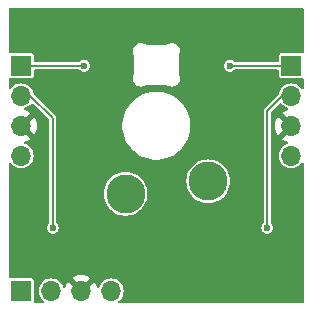
<source format=gbl>
G04 #@! TF.GenerationSoftware,KiCad,Pcbnew,8.0.5+dfsg-1*
G04 #@! TF.CreationDate,2024-10-30T23:38:12+01:00*
G04 #@! TF.ProjectId,raddr,72616464-722e-46b6-9963-61645f706362,rev?*
G04 #@! TF.SameCoordinates,Original*
G04 #@! TF.FileFunction,Copper,L2,Bot*
G04 #@! TF.FilePolarity,Positive*
%FSLAX46Y46*%
G04 Gerber Fmt 4.6, Leading zero omitted, Abs format (unit mm)*
G04 Created by KiCad (PCBNEW 8.0.5+dfsg-1) date 2024-10-30 23:38:12*
%MOMM*%
%LPD*%
G01*
G04 APERTURE LIST*
G04 #@! TA.AperFunction,ComponentPad*
%ADD10R,1.700000X1.700000*%
G04 #@! TD*
G04 #@! TA.AperFunction,ComponentPad*
%ADD11O,1.700000X1.700000*%
G04 #@! TD*
G04 #@! TA.AperFunction,ComponentPad*
%ADD12C,3.300000*%
G04 #@! TD*
G04 #@! TA.AperFunction,ViaPad*
%ADD13C,0.600000*%
G04 #@! TD*
G04 #@! TA.AperFunction,Conductor*
%ADD14C,0.200000*%
G04 #@! TD*
G04 APERTURE END LIST*
D10*
X20320000Y0D03*
D11*
X20320000Y-2540000D03*
X20320000Y-5080000D03*
X20320000Y-7620000D03*
D12*
X13290000Y-9780000D03*
X6290000Y-10830000D03*
D10*
X-2540000Y0D03*
D11*
X-2540000Y-2540000D03*
X-2540000Y-5080000D03*
X-2540000Y-7620000D03*
D10*
X-2540000Y-19050000D03*
D11*
X0Y-19050000D03*
X2540000Y-19050000D03*
X5080000Y-19050000D03*
D13*
X14362531Y-13938000D03*
X13208000Y762000D03*
X15113000Y0D03*
X18288000Y-13716000D03*
X2794000Y0D03*
X127000Y-13715996D03*
D14*
X20320000Y0D02*
X15113000Y0D01*
X18288000Y-3810000D02*
X18288000Y-13716000D01*
X20320000Y-2540000D02*
X19558000Y-2540000D01*
X19558000Y-2540000D02*
X18288000Y-3810000D01*
X-2540000Y0D02*
X2794000Y0D01*
X-2540000Y-2540000D02*
X-1778000Y-2540000D01*
X127000Y-4445000D02*
X127000Y-13715996D01*
X-1778000Y-2540000D02*
X127000Y-4445000D01*
G04 #@! TA.AperFunction,Conductor*
G36*
X21332539Y4859815D02*
G01*
X21378294Y4807011D01*
X21389500Y4755500D01*
X21389500Y1161861D01*
X21369815Y1094822D01*
X21317011Y1049067D01*
X21247853Y1039123D01*
X21241308Y1040244D01*
X21189750Y1050500D01*
X21189748Y1050500D01*
X19450252Y1050500D01*
X19450249Y1050500D01*
X19450247Y1050499D01*
X19391770Y1038868D01*
X19391769Y1038867D01*
X19325447Y994552D01*
X19281132Y928230D01*
X19281131Y928229D01*
X19269500Y869752D01*
X19269500Y424500D01*
X19249815Y357461D01*
X19197011Y311706D01*
X19145500Y300500D01*
X15571501Y300500D01*
X15504462Y320185D01*
X15477788Y343297D01*
X15444128Y382143D01*
X15323053Y459953D01*
X15184962Y500499D01*
X15184962Y500500D01*
X15184961Y500500D01*
X15041039Y500500D01*
X15041038Y500500D01*
X15041036Y500499D01*
X14902949Y459954D01*
X14902947Y459953D01*
X14781872Y382143D01*
X14687623Y273373D01*
X14687622Y273371D01*
X14627834Y142456D01*
X14607353Y0D01*
X14627834Y-142456D01*
X14687622Y-273371D01*
X14687623Y-273373D01*
X14781872Y-382143D01*
X14902947Y-459953D01*
X14902950Y-459954D01*
X14902949Y-459954D01*
X15041036Y-500499D01*
X15041038Y-500500D01*
X15041039Y-500500D01*
X15184962Y-500500D01*
X15184962Y-500499D01*
X15323053Y-459953D01*
X15444128Y-382143D01*
X15477788Y-343296D01*
X15536567Y-305523D01*
X15571501Y-300500D01*
X19145500Y-300500D01*
X19212539Y-320185D01*
X19258294Y-372989D01*
X19269500Y-424500D01*
X19269500Y-869752D01*
X19281131Y-928229D01*
X19281132Y-928230D01*
X19325447Y-994552D01*
X19391769Y-1038867D01*
X19391770Y-1038868D01*
X19450247Y-1050499D01*
X19450250Y-1050500D01*
X19450252Y-1050500D01*
X21189749Y-1050500D01*
X21241308Y-1040244D01*
X21310899Y-1046471D01*
X21366077Y-1089333D01*
X21389322Y-1155223D01*
X21389500Y-1161861D01*
X21389500Y-1840719D01*
X21369815Y-1907758D01*
X21317011Y-1953513D01*
X21247853Y-1963457D01*
X21184297Y-1934432D01*
X21169647Y-1919384D01*
X21066410Y-1793590D01*
X21066409Y-1793589D01*
X20906450Y-1662315D01*
X20723954Y-1564768D01*
X20525934Y-1504700D01*
X20525932Y-1504699D01*
X20525934Y-1504699D01*
X20320000Y-1484417D01*
X20114067Y-1504699D01*
X19916043Y-1564769D01*
X19805898Y-1623643D01*
X19733550Y-1662315D01*
X19733548Y-1662316D01*
X19733547Y-1662317D01*
X19573589Y-1793589D01*
X19442317Y-1953547D01*
X19344769Y-2136043D01*
X19284699Y-2334066D01*
X19283120Y-2350105D01*
X19256958Y-2414891D01*
X19247398Y-2425629D01*
X18103489Y-3569540D01*
X18047541Y-3625487D01*
X18047535Y-3625495D01*
X18007982Y-3694004D01*
X18007979Y-3694009D01*
X17987500Y-3770439D01*
X17987500Y-13252260D01*
X17967815Y-13319299D01*
X17957213Y-13333462D01*
X17862625Y-13442622D01*
X17862622Y-13442628D01*
X17802834Y-13573543D01*
X17782353Y-13716000D01*
X17802834Y-13858456D01*
X17862620Y-13989367D01*
X17862623Y-13989373D01*
X17956872Y-14098143D01*
X18077947Y-14175953D01*
X18077950Y-14175954D01*
X18077949Y-14175954D01*
X18185107Y-14207417D01*
X18216025Y-14216496D01*
X18216036Y-14216499D01*
X18216038Y-14216500D01*
X18216039Y-14216500D01*
X18359962Y-14216500D01*
X18359962Y-14216499D01*
X18498053Y-14175953D01*
X18619128Y-14098143D01*
X18713377Y-13989373D01*
X18773165Y-13858457D01*
X18793647Y-13716000D01*
X18773165Y-13573543D01*
X18713377Y-13442627D01*
X18713375Y-13442625D01*
X18713374Y-13442622D01*
X18618787Y-13333462D01*
X18589762Y-13269906D01*
X18588500Y-13252260D01*
X18588500Y-3985832D01*
X18608185Y-3918793D01*
X18624815Y-3898155D01*
X19324931Y-3198038D01*
X19386254Y-3164554D01*
X19455946Y-3169538D01*
X19508466Y-3207056D01*
X19573589Y-3286410D01*
X19670209Y-3365702D01*
X19733550Y-3417685D01*
X19916046Y-3515232D01*
X19982551Y-3535405D01*
X20040989Y-3573702D01*
X20069446Y-3637514D01*
X20058887Y-3706581D01*
X20012663Y-3758975D01*
X19978650Y-3773841D01*
X19856514Y-3806567D01*
X19856507Y-3806570D01*
X19642419Y-3906401D01*
X19558625Y-3965072D01*
X20190590Y-4597037D01*
X20127007Y-4614075D01*
X20012993Y-4679901D01*
X19919901Y-4772993D01*
X19854075Y-4887007D01*
X19837037Y-4950590D01*
X19205072Y-4318625D01*
X19146401Y-4402419D01*
X19046570Y-4616507D01*
X19046566Y-4616516D01*
X18985432Y-4844673D01*
X18985430Y-4844684D01*
X18964843Y-5079998D01*
X18964843Y-5080001D01*
X18985430Y-5315315D01*
X18985432Y-5315326D01*
X19046566Y-5543483D01*
X19046570Y-5543492D01*
X19146400Y-5757579D01*
X19146402Y-5757583D01*
X19205072Y-5841373D01*
X19205073Y-5841373D01*
X19837037Y-5209409D01*
X19854075Y-5272993D01*
X19919901Y-5387007D01*
X20012993Y-5480099D01*
X20127007Y-5545925D01*
X20190588Y-5562961D01*
X19558625Y-6194925D01*
X19642421Y-6253599D01*
X19856507Y-6353429D01*
X19856516Y-6353433D01*
X19978649Y-6386158D01*
X20038310Y-6422523D01*
X20068839Y-6485369D01*
X20060545Y-6554745D01*
X20016059Y-6608623D01*
X19982552Y-6624593D01*
X19916046Y-6644767D01*
X19785358Y-6714622D01*
X19733550Y-6742315D01*
X19733548Y-6742316D01*
X19733547Y-6742317D01*
X19573589Y-6873589D01*
X19442317Y-7033547D01*
X19344769Y-7216043D01*
X19284699Y-7414067D01*
X19264417Y-7620000D01*
X19284699Y-7825932D01*
X19284700Y-7825934D01*
X19344768Y-8023954D01*
X19442315Y-8206450D01*
X19458004Y-8225567D01*
X19573589Y-8366410D01*
X19587617Y-8377922D01*
X19733550Y-8497685D01*
X19916046Y-8595232D01*
X20114066Y-8655300D01*
X20114065Y-8655300D01*
X20132529Y-8657118D01*
X20320000Y-8675583D01*
X20525934Y-8655300D01*
X20723954Y-8595232D01*
X20906450Y-8497685D01*
X21066410Y-8366410D01*
X21169646Y-8240616D01*
X21227392Y-8201281D01*
X21297237Y-8199410D01*
X21357005Y-8235597D01*
X21387721Y-8298353D01*
X21389500Y-8319280D01*
X21389500Y-19995500D01*
X21369815Y-20062539D01*
X21317011Y-20108294D01*
X21265500Y-20119500D01*
X5779280Y-20119500D01*
X5712241Y-20099815D01*
X5666486Y-20047011D01*
X5656542Y-19977853D01*
X5685567Y-19914297D01*
X5700616Y-19899646D01*
X5826410Y-19796410D01*
X5957685Y-19636450D01*
X6055232Y-19453954D01*
X6115300Y-19255934D01*
X6135583Y-19050000D01*
X6115300Y-18844066D01*
X6055232Y-18646046D01*
X5957685Y-18463550D01*
X5905702Y-18400209D01*
X5826410Y-18303589D01*
X5666452Y-18172317D01*
X5666453Y-18172317D01*
X5666450Y-18172315D01*
X5483954Y-18074768D01*
X5285934Y-18014700D01*
X5285932Y-18014699D01*
X5285934Y-18014699D01*
X5080000Y-17994417D01*
X4874067Y-18014699D01*
X4676043Y-18074769D01*
X4588114Y-18121769D01*
X4493550Y-18172315D01*
X4493548Y-18172316D01*
X4493547Y-18172317D01*
X4333589Y-18303589D01*
X4202317Y-18463547D01*
X4104767Y-18646046D01*
X4084593Y-18712552D01*
X4046296Y-18770990D01*
X3982483Y-18799447D01*
X3913416Y-18788886D01*
X3861023Y-18742661D01*
X3846158Y-18708649D01*
X3813433Y-18586516D01*
X3813429Y-18586507D01*
X3713600Y-18372423D01*
X3713599Y-18372421D01*
X3654925Y-18288626D01*
X3654925Y-18288625D01*
X3022961Y-18920588D01*
X3005925Y-18857007D01*
X2940099Y-18742993D01*
X2847007Y-18649901D01*
X2732993Y-18584075D01*
X2669410Y-18567037D01*
X3301373Y-17935073D01*
X3301373Y-17935072D01*
X3217583Y-17876402D01*
X3217579Y-17876400D01*
X3003492Y-17776570D01*
X3003483Y-17776566D01*
X2775326Y-17715432D01*
X2775315Y-17715430D01*
X2540002Y-17694843D01*
X2539998Y-17694843D01*
X2304684Y-17715430D01*
X2304673Y-17715432D01*
X2076516Y-17776566D01*
X2076507Y-17776570D01*
X1862419Y-17876401D01*
X1778625Y-17935072D01*
X2410590Y-18567037D01*
X2347007Y-18584075D01*
X2232993Y-18649901D01*
X2139901Y-18742993D01*
X2074075Y-18857007D01*
X2057037Y-18920590D01*
X1425072Y-18288625D01*
X1366401Y-18372419D01*
X1266570Y-18586507D01*
X1266567Y-18586514D01*
X1233841Y-18708650D01*
X1197476Y-18768310D01*
X1134629Y-18798839D01*
X1065253Y-18790544D01*
X1011375Y-18746059D01*
X995406Y-18712552D01*
X975232Y-18646046D01*
X877685Y-18463550D01*
X825702Y-18400209D01*
X746410Y-18303589D01*
X586452Y-18172317D01*
X586453Y-18172317D01*
X586450Y-18172315D01*
X403954Y-18074768D01*
X205934Y-18014700D01*
X205932Y-18014699D01*
X205934Y-18014699D01*
X0Y-17994417D01*
X-205932Y-18014699D01*
X-304944Y-18044734D01*
X-403954Y-18074768D01*
X-586450Y-18172315D01*
X-586452Y-18172317D01*
X-746410Y-18303589D01*
X-825702Y-18400209D01*
X-877685Y-18463550D01*
X-975232Y-18646046D01*
X-1035300Y-18844066D01*
X-1055583Y-19050000D01*
X-1035300Y-19255934D01*
X-975232Y-19453954D01*
X-877685Y-19636450D01*
X-746410Y-19796410D01*
X-620616Y-19899646D01*
X-581281Y-19957392D01*
X-579410Y-20027237D01*
X-615597Y-20087005D01*
X-678353Y-20117721D01*
X-699280Y-20119500D01*
X-1378138Y-20119500D01*
X-1445177Y-20099815D01*
X-1490932Y-20047011D01*
X-1500876Y-19977853D01*
X-1499756Y-19971310D01*
X-1489500Y-19919747D01*
X-1489500Y-18180247D01*
X-1501131Y-18121770D01*
X-1501132Y-18121769D01*
X-1545447Y-18055447D01*
X-1611769Y-18011132D01*
X-1611770Y-18011131D01*
X-1670247Y-17999500D01*
X-1670252Y-17999500D01*
X-3409748Y-17999500D01*
X-3461310Y-18009756D01*
X-3530901Y-18003527D01*
X-3586078Y-17960664D01*
X-3609322Y-17894774D01*
X-3609500Y-17888138D01*
X-3609500Y-8319280D01*
X-3589815Y-8252241D01*
X-3537011Y-8206486D01*
X-3467853Y-8196542D01*
X-3404297Y-8225567D01*
X-3389645Y-8240616D01*
X-3286410Y-8366410D01*
X-3126450Y-8497685D01*
X-2943954Y-8595232D01*
X-2745934Y-8655300D01*
X-2540000Y-8675583D01*
X-2334066Y-8655300D01*
X-2136046Y-8595232D01*
X-1953550Y-8497685D01*
X-1807617Y-8377922D01*
X-1793589Y-8366410D01*
X-1678004Y-8225567D01*
X-1662315Y-8206450D01*
X-1564768Y-8023954D01*
X-1504700Y-7825934D01*
X-1504699Y-7825932D01*
X-1484417Y-7620000D01*
X-1504699Y-7414067D01*
X-1564769Y-7216043D01*
X-1662317Y-7033547D01*
X-1793589Y-6873589D01*
X-1953547Y-6742317D01*
X-1953548Y-6742316D01*
X-1953550Y-6742315D01*
X-2005358Y-6714622D01*
X-2136046Y-6644767D01*
X-2202552Y-6624593D01*
X-2260990Y-6586296D01*
X-2289447Y-6522483D01*
X-2278886Y-6453416D01*
X-2232661Y-6401023D01*
X-2198649Y-6386158D01*
X-2076516Y-6353433D01*
X-2076507Y-6353429D01*
X-1862421Y-6253599D01*
X-1778625Y-6194925D01*
X-2410588Y-5562961D01*
X-2347007Y-5545925D01*
X-2232993Y-5480099D01*
X-2139901Y-5387007D01*
X-2074075Y-5272993D01*
X-2057037Y-5209409D01*
X-1425073Y-5841373D01*
X-1425072Y-5841373D01*
X-1366402Y-5757583D01*
X-1366400Y-5757579D01*
X-1266570Y-5543492D01*
X-1266566Y-5543483D01*
X-1205432Y-5315326D01*
X-1205430Y-5315315D01*
X-1184843Y-5080001D01*
X-1184843Y-5079998D01*
X-1205430Y-4844684D01*
X-1205432Y-4844673D01*
X-1266566Y-4616516D01*
X-1266570Y-4616507D01*
X-1366401Y-4402419D01*
X-1425072Y-4318625D01*
X-2057037Y-4950590D01*
X-2074075Y-4887007D01*
X-2139901Y-4772993D01*
X-2232993Y-4679901D01*
X-2347007Y-4614075D01*
X-2410590Y-4597037D01*
X-1778625Y-3965073D01*
X-1778626Y-3965072D01*
X-1862417Y-3906402D01*
X-2076507Y-3806570D01*
X-2076514Y-3806567D01*
X-2198650Y-3773841D01*
X-2258310Y-3737476D01*
X-2288839Y-3674629D01*
X-2280544Y-3605253D01*
X-2236059Y-3551375D01*
X-2202553Y-3535406D01*
X-2136046Y-3515232D01*
X-1953550Y-3417685D01*
X-1793590Y-3286410D01*
X-1793589Y-3286409D01*
X-1728464Y-3207055D01*
X-1670718Y-3167721D01*
X-1600874Y-3165850D01*
X-1544932Y-3198037D01*
X-209817Y-4533153D01*
X-176334Y-4594474D01*
X-173500Y-4620832D01*
X-173500Y-13252256D01*
X-193185Y-13319295D01*
X-203787Y-13333458D01*
X-298374Y-13442618D01*
X-298375Y-13442621D01*
X-298377Y-13442623D01*
X-358165Y-13573539D01*
X-378647Y-13715996D01*
X-358165Y-13858453D01*
X-298377Y-13989369D01*
X-204128Y-14098139D01*
X-83053Y-14175949D01*
X-83050Y-14175950D01*
X55036Y-14216495D01*
X55038Y-14216496D01*
X55039Y-14216496D01*
X198962Y-14216496D01*
X198962Y-14216495D01*
X337036Y-14175954D01*
X337050Y-14175950D01*
X337050Y-14175949D01*
X337053Y-14175949D01*
X458128Y-14098139D01*
X552377Y-13989369D01*
X612165Y-13858453D01*
X632647Y-13715996D01*
X612165Y-13573539D01*
X552377Y-13442623D01*
X552375Y-13442621D01*
X552374Y-13442618D01*
X457787Y-13333458D01*
X428762Y-13269902D01*
X427500Y-13252256D01*
X427500Y-10829998D01*
X4434773Y-10829998D01*
X4434773Y-10830001D01*
X4453657Y-11094027D01*
X4453658Y-11094034D01*
X4509921Y-11352673D01*
X4602426Y-11600690D01*
X4602428Y-11600694D01*
X4729280Y-11833005D01*
X4729285Y-11833013D01*
X4887906Y-12044907D01*
X4887922Y-12044925D01*
X5075074Y-12232077D01*
X5075092Y-12232093D01*
X5286986Y-12390714D01*
X5286994Y-12390719D01*
X5519305Y-12517571D01*
X5519309Y-12517573D01*
X5519311Y-12517574D01*
X5767322Y-12610077D01*
X5767325Y-12610077D01*
X5767326Y-12610078D01*
X5962552Y-12652546D01*
X6025974Y-12666343D01*
X6269660Y-12683772D01*
X6289999Y-12685227D01*
X6290000Y-12685227D01*
X6290001Y-12685227D01*
X6308885Y-12683876D01*
X6554026Y-12666343D01*
X6812678Y-12610077D01*
X7060689Y-12517574D01*
X7293011Y-12390716D01*
X7504915Y-12232087D01*
X7692087Y-12044915D01*
X7850716Y-11833011D01*
X7977574Y-11600689D01*
X8070077Y-11352678D01*
X8126343Y-11094026D01*
X8145227Y-10830000D01*
X8126343Y-10565974D01*
X8070077Y-10307322D01*
X7977574Y-10059311D01*
X7969228Y-10044027D01*
X7850719Y-9826994D01*
X7850714Y-9826986D01*
X7815539Y-9779998D01*
X11434773Y-9779998D01*
X11434773Y-9780001D01*
X11453657Y-10044027D01*
X11453658Y-10044034D01*
X11509921Y-10302673D01*
X11602426Y-10550690D01*
X11602428Y-10550694D01*
X11729280Y-10783005D01*
X11729285Y-10783013D01*
X11887906Y-10994907D01*
X11887922Y-10994925D01*
X12075074Y-11182077D01*
X12075092Y-11182093D01*
X12286986Y-11340714D01*
X12286994Y-11340719D01*
X12519305Y-11467571D01*
X12519309Y-11467573D01*
X12519311Y-11467574D01*
X12767322Y-11560077D01*
X12767325Y-11560077D01*
X12767326Y-11560078D01*
X12954013Y-11600689D01*
X13025974Y-11616343D01*
X13269660Y-11633772D01*
X13289999Y-11635227D01*
X13290000Y-11635227D01*
X13290001Y-11635227D01*
X13308885Y-11633876D01*
X13554026Y-11616343D01*
X13812678Y-11560077D01*
X14060689Y-11467574D01*
X14293011Y-11340716D01*
X14504915Y-11182087D01*
X14692087Y-10994915D01*
X14850716Y-10783011D01*
X14977574Y-10550689D01*
X15070077Y-10302678D01*
X15126343Y-10044026D01*
X15145227Y-9780000D01*
X15126343Y-9515974D01*
X15070077Y-9257322D01*
X14977574Y-9009311D01*
X14969026Y-8993657D01*
X14850719Y-8776994D01*
X14850714Y-8776986D01*
X14692093Y-8565092D01*
X14692077Y-8565074D01*
X14504925Y-8377922D01*
X14504907Y-8377906D01*
X14293013Y-8219285D01*
X14293005Y-8219280D01*
X14060694Y-8092428D01*
X14060690Y-8092426D01*
X13812673Y-7999921D01*
X13554034Y-7943658D01*
X13554027Y-7943657D01*
X13290001Y-7924773D01*
X13289999Y-7924773D01*
X13025972Y-7943657D01*
X13025965Y-7943658D01*
X12767326Y-7999921D01*
X12519309Y-8092426D01*
X12519305Y-8092428D01*
X12286994Y-8219280D01*
X12286986Y-8219285D01*
X12075092Y-8377906D01*
X12075074Y-8377922D01*
X11887922Y-8565074D01*
X11887906Y-8565092D01*
X11729285Y-8776986D01*
X11729280Y-8776994D01*
X11602428Y-9009305D01*
X11602426Y-9009309D01*
X11509921Y-9257326D01*
X11453658Y-9515965D01*
X11453657Y-9515972D01*
X11434773Y-9779998D01*
X7815539Y-9779998D01*
X7692093Y-9615092D01*
X7692077Y-9615074D01*
X7504925Y-9427922D01*
X7504907Y-9427906D01*
X7293013Y-9269285D01*
X7293005Y-9269280D01*
X7060694Y-9142428D01*
X7060690Y-9142426D01*
X6812673Y-9049921D01*
X6554034Y-8993658D01*
X6554027Y-8993657D01*
X6290001Y-8974773D01*
X6289999Y-8974773D01*
X6025972Y-8993657D01*
X6025965Y-8993658D01*
X5767326Y-9049921D01*
X5519309Y-9142426D01*
X5519305Y-9142428D01*
X5286994Y-9269280D01*
X5286986Y-9269285D01*
X5075092Y-9427906D01*
X5075074Y-9427922D01*
X4887922Y-9615074D01*
X4887906Y-9615092D01*
X4729285Y-9826986D01*
X4729280Y-9826994D01*
X4602428Y-10059305D01*
X4602426Y-10059309D01*
X4509921Y-10307326D01*
X4453658Y-10565965D01*
X4453657Y-10565972D01*
X4434773Y-10829998D01*
X427500Y-10829998D01*
X427500Y-4918510D01*
X6014500Y-4918510D01*
X6014500Y-5241489D01*
X6050659Y-5562410D01*
X6050661Y-5562426D01*
X6122527Y-5877294D01*
X6122531Y-5877306D01*
X6229195Y-6182133D01*
X6229201Y-6182147D01*
X6369327Y-6473122D01*
X6369329Y-6473125D01*
X6541159Y-6746591D01*
X6742527Y-6999099D01*
X6970901Y-7227473D01*
X7223409Y-7428841D01*
X7496875Y-7600671D01*
X7787860Y-7740802D01*
X7787866Y-7740804D01*
X8092693Y-7847468D01*
X8092705Y-7847472D01*
X8407577Y-7919339D01*
X8728511Y-7955499D01*
X8728512Y-7955500D01*
X8728515Y-7955500D01*
X9051488Y-7955500D01*
X9051488Y-7955499D01*
X9372423Y-7919339D01*
X9687295Y-7847472D01*
X9992140Y-7740802D01*
X10283125Y-7600671D01*
X10556591Y-7428841D01*
X10809099Y-7227473D01*
X11037473Y-6999099D01*
X11238841Y-6746591D01*
X11410671Y-6473125D01*
X11550802Y-6182140D01*
X11657472Y-5877295D01*
X11729339Y-5562423D01*
X11765500Y-5241485D01*
X11765500Y-4918515D01*
X11729339Y-4597577D01*
X11657472Y-4282705D01*
X11649700Y-4260495D01*
X11558048Y-3998568D01*
X11550802Y-3977860D01*
X11410671Y-3686875D01*
X11238841Y-3413409D01*
X11037473Y-3160901D01*
X10809099Y-2932527D01*
X10556591Y-2731159D01*
X10283125Y-2559329D01*
X10283122Y-2559327D01*
X9992147Y-2419201D01*
X9992133Y-2419195D01*
X9687306Y-2312531D01*
X9687294Y-2312527D01*
X9372426Y-2240661D01*
X9372410Y-2240659D01*
X9051489Y-2204500D01*
X9051485Y-2204500D01*
X8728515Y-2204500D01*
X8728510Y-2204500D01*
X8407589Y-2240659D01*
X8407573Y-2240661D01*
X8092705Y-2312527D01*
X8092693Y-2312531D01*
X7787866Y-2419195D01*
X7787852Y-2419201D01*
X7496877Y-2559327D01*
X7223410Y-2731158D01*
X6970901Y-2932526D01*
X6742526Y-3160901D01*
X6541158Y-3413410D01*
X6369327Y-3686877D01*
X6229201Y-3977852D01*
X6229195Y-3977866D01*
X6122531Y-4282693D01*
X6122527Y-4282705D01*
X6050661Y-4597573D01*
X6050659Y-4597589D01*
X6014500Y-4918510D01*
X427500Y-4918510D01*
X427500Y-4405439D01*
X407020Y-4329009D01*
X407017Y-4329004D01*
X367464Y-4260495D01*
X367458Y-4260487D01*
X311511Y-4204540D01*
X-1467398Y-2425629D01*
X-1500883Y-2364306D01*
X-1503120Y-2350105D01*
X-1504699Y-2334066D01*
X-1564769Y-2136043D01*
X-1662317Y-1953547D01*
X-1793589Y-1793589D01*
X-1953547Y-1662317D01*
X-1953548Y-1662316D01*
X-1953550Y-1662315D01*
X-2025898Y-1623643D01*
X-2136043Y-1564769D01*
X-2334069Y-1504699D01*
X-2334065Y-1504699D01*
X-2540000Y-1484417D01*
X-2745932Y-1504699D01*
X-2844944Y-1534734D01*
X-2943954Y-1564768D01*
X-3126450Y-1662315D01*
X-3286409Y-1793589D01*
X-3286410Y-1793590D01*
X-3389647Y-1919384D01*
X-3447392Y-1958718D01*
X-3517237Y-1960589D01*
X-3577005Y-1924402D01*
X-3607721Y-1861646D01*
X-3609500Y-1840719D01*
X-3609500Y-1161861D01*
X-3596693Y-1118245D01*
X6889007Y-1118245D01*
X6913188Y-1245068D01*
X6916971Y-1264907D01*
X6956465Y-1358121D01*
X6975218Y-1402381D01*
X7061128Y-1524485D01*
X7061129Y-1524486D01*
X7170849Y-1625742D01*
X7299445Y-1701597D01*
X7441137Y-1748644D01*
X7441138Y-1748644D01*
X7441140Y-1748645D01*
X7589569Y-1764770D01*
X7738062Y-1749248D01*
X7879948Y-1702777D01*
X7899111Y-1691613D01*
X7899744Y-1691325D01*
X7909992Y-1685337D01*
X7909994Y-1685337D01*
X7939723Y-1667967D01*
X7949358Y-1662894D01*
X7982214Y-1647402D01*
X8002687Y-1639872D01*
X8032436Y-1631820D01*
X8053919Y-1627995D01*
X8090372Y-1624778D01*
X8101257Y-1624299D01*
X8135411Y-1624303D01*
X8135413Y-1624301D01*
X8147206Y-1624303D01*
X8147259Y-1624299D01*
X9678953Y-1624299D01*
X9689877Y-1624781D01*
X9700347Y-1625707D01*
X9726041Y-1627980D01*
X9747519Y-1631807D01*
X9777268Y-1639865D01*
X9797746Y-1647402D01*
X9830858Y-1663022D01*
X9840508Y-1668105D01*
X9869972Y-1685325D01*
X9869973Y-1685325D01*
X9879890Y-1691121D01*
X9880967Y-1691614D01*
X9900068Y-1702740D01*
X10041945Y-1749208D01*
X10041944Y-1749208D01*
X10064557Y-1751571D01*
X10190429Y-1764730D01*
X10338850Y-1748606D01*
X10480537Y-1701562D01*
X10609127Y-1625710D01*
X10718840Y-1524460D01*
X10804748Y-1402360D01*
X10862991Y-1264897D01*
X10890952Y-1118245D01*
X10887375Y-968994D01*
X10852420Y-823850D01*
X10851365Y-821651D01*
X10842822Y-803838D01*
X10842554Y-803101D01*
X10832832Y-782911D01*
X10822151Y-760728D01*
X10818453Y-752252D01*
X10807178Y-723520D01*
X10801719Y-705820D01*
X10795896Y-680309D01*
X10793134Y-661987D01*
X10790846Y-631475D01*
X10790499Y-622203D01*
X10790499Y774377D01*
X10790846Y783651D01*
X10793151Y814385D01*
X10795914Y832706D01*
X10801738Y858220D01*
X10807196Y875919D01*
X10818368Y904391D01*
X10821997Y912726D01*
X10832300Y934205D01*
X10832324Y934193D01*
X10832376Y934365D01*
X10837436Y944873D01*
X10837436Y944875D01*
X10842753Y955918D01*
X10842871Y956244D01*
X10852458Y976231D01*
X10852458Y976232D01*
X10852461Y976238D01*
X10887417Y1121391D01*
X10887417Y1121396D01*
X10887418Y1121399D01*
X10890993Y1270648D01*
X10890993Y1270650D01*
X10863030Y1417310D01*
X10804784Y1554781D01*
X10718871Y1676888D01*
X10609152Y1778144D01*
X10480556Y1853999D01*
X10338863Y1901046D01*
X10338862Y1901046D01*
X10338860Y1901047D01*
X10190431Y1917172D01*
X10041938Y1901650D01*
X9935057Y1866644D01*
X9900052Y1855179D01*
X9880721Y1843920D01*
X9880088Y1843629D01*
X9870006Y1837739D01*
X9870005Y1837739D01*
X9840295Y1820381D01*
X9830629Y1815292D01*
X9797794Y1799809D01*
X9777307Y1792272D01*
X9747563Y1784222D01*
X9726080Y1780397D01*
X9689630Y1777180D01*
X9678741Y1776701D01*
X9644590Y1776705D01*
X9644587Y1776703D01*
X9632351Y1776705D01*
X9632291Y1776700D01*
X8147258Y1776700D01*
X8147205Y1776704D01*
X8135412Y1776702D01*
X8135410Y1776704D01*
X8100986Y1776700D01*
X8090096Y1777179D01*
X8053913Y1780373D01*
X8032431Y1784198D01*
X8002678Y1792251D01*
X7982203Y1799782D01*
X7949837Y1815043D01*
X7939738Y1820386D01*
X7901770Y1842772D01*
X7900967Y1843138D01*
X7900030Y1843560D01*
X7899976Y1843591D01*
X7898951Y1844059D01*
X7879930Y1855139D01*
X7738053Y1901608D01*
X7589569Y1917129D01*
X7441150Y1901005D01*
X7441147Y1901004D01*
X7441146Y1901004D01*
X7299465Y1853961D01*
X7299463Y1853960D01*
X7271962Y1837738D01*
X7170872Y1778109D01*
X7061191Y1676888D01*
X7061161Y1676860D01*
X6975254Y1554761D01*
X6917011Y1417297D01*
X6901163Y1334180D01*
X6889048Y1270644D01*
X6892625Y1121398D01*
X6927578Y976259D01*
X6927582Y976247D01*
X6937307Y955969D01*
X6937626Y955100D01*
X6957865Y913091D01*
X6961577Y904586D01*
X6972825Y875936D01*
X6978295Y858205D01*
X6984101Y832759D01*
X6986862Y814422D01*
X6989155Y783741D01*
X6989499Y774467D01*
X6989485Y727133D01*
X6989501Y726970D01*
X6989501Y-621976D01*
X6989154Y-631247D01*
X6986849Y-661989D01*
X6984088Y-680308D01*
X6978263Y-705832D01*
X6972804Y-723533D01*
X6961661Y-751933D01*
X6958033Y-760267D01*
X6948014Y-781156D01*
X6947942Y-781306D01*
X6937554Y-802888D01*
X6937438Y-803205D01*
X6927544Y-823832D01*
X6927541Y-823839D01*
X6892587Y-968981D01*
X6892586Y-968991D01*
X6889007Y-1118245D01*
X-3596693Y-1118245D01*
X-3589815Y-1094822D01*
X-3537011Y-1049067D01*
X-3467853Y-1039123D01*
X-3461308Y-1040244D01*
X-3409749Y-1050500D01*
X-3409748Y-1050500D01*
X-1670250Y-1050500D01*
X-1670247Y-1050499D01*
X-1611770Y-1038868D01*
X-1611769Y-1038867D01*
X-1545447Y-994552D01*
X-1501132Y-928230D01*
X-1501131Y-928229D01*
X-1489500Y-869752D01*
X-1489500Y-424500D01*
X-1469815Y-357461D01*
X-1417011Y-311706D01*
X-1365500Y-300500D01*
X2335499Y-300500D01*
X2402538Y-320185D01*
X2429211Y-343296D01*
X2462872Y-382143D01*
X2583947Y-459953D01*
X2583950Y-459954D01*
X2583949Y-459954D01*
X2722036Y-500499D01*
X2722038Y-500500D01*
X2722039Y-500500D01*
X2865962Y-500500D01*
X2865962Y-500499D01*
X3004053Y-459953D01*
X3125128Y-382143D01*
X3219377Y-273373D01*
X3279165Y-142457D01*
X3299647Y0D01*
X3279165Y142457D01*
X3219377Y273373D01*
X3125128Y382143D01*
X3004053Y459953D01*
X2865962Y500499D01*
X2865962Y500500D01*
X2865961Y500500D01*
X2722039Y500500D01*
X2722038Y500500D01*
X2722036Y500499D01*
X2583949Y459954D01*
X2583947Y459953D01*
X2462872Y382143D01*
X2441485Y357461D01*
X2429212Y343297D01*
X2370433Y305523D01*
X2335499Y300500D01*
X-1365500Y300500D01*
X-1432539Y320185D01*
X-1478294Y372989D01*
X-1489500Y424500D01*
X-1489500Y869752D01*
X-1501131Y928229D01*
X-1501132Y928230D01*
X-1545447Y994552D01*
X-1611769Y1038867D01*
X-1611770Y1038868D01*
X-1670247Y1050499D01*
X-1670249Y1050500D01*
X-1670252Y1050500D01*
X-3409748Y1050500D01*
X-3409750Y1050500D01*
X-3461308Y1040244D01*
X-3530899Y1046471D01*
X-3586077Y1089333D01*
X-3609322Y1155223D01*
X-3609500Y1161861D01*
X-3609500Y4755500D01*
X-3589815Y4822539D01*
X-3537011Y4868294D01*
X-3485500Y4879500D01*
X21265500Y4879500D01*
X21332539Y4859815D01*
G37*
G04 #@! TD.AperFunction*
M02*

</source>
